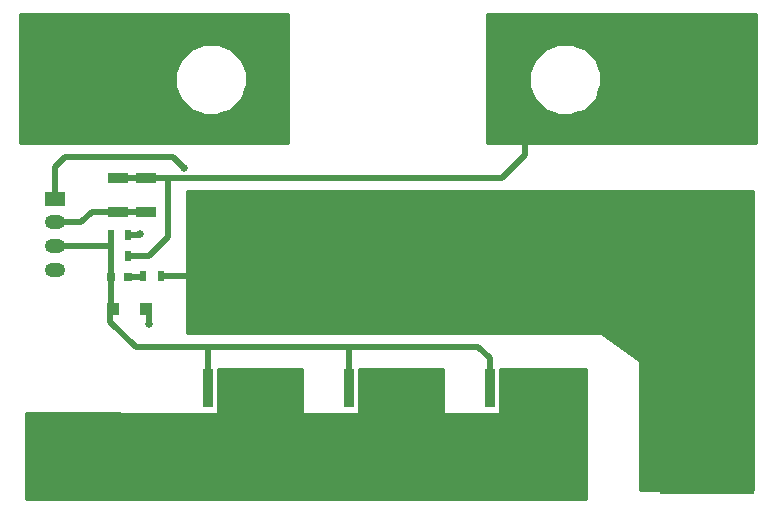
<source format=gbr>
G04 #@! TF.GenerationSoftware,KiCad,Pcbnew,(2017-08-25 revision dd37d0595)-makepkg*
G04 #@! TF.CreationDate,2018-05-27T00:49:56-04:00*
G04 #@! TF.ProjectId,Anti-Spark-Switch,416E74692D537061726B2D5377697463,rev?*
G04 #@! TF.SameCoordinates,Original*
G04 #@! TF.FileFunction,Copper,L1,Top,Signal*
G04 #@! TF.FilePolarity,Positive*
%FSLAX46Y46*%
G04 Gerber Fmt 4.6, Leading zero omitted, Abs format (unit mm)*
G04 Created by KiCad (PCBNEW (2017-08-25 revision dd37d0595)-makepkg) date 05/27/18 00:49:56*
%MOMM*%
%LPD*%
G01*
G04 APERTURE LIST*
%ADD10C,2.200000*%
%ADD11C,0.546100*%
%ADD12O,1.750000X1.200000*%
%ADD13R,1.750000X1.200000*%
%ADD14R,1.100000X1.100000*%
%ADD15R,8.000000X7.000000*%
%ADD16R,0.800000X0.750000*%
%ADD17R,0.500000X0.900000*%
%ADD18R,0.899160X3.200400*%
%ADD19R,10.800080X8.150860*%
%ADD20R,1.700000X0.900000*%
%ADD21C,0.635000*%
%ADD22C,0.250000*%
%ADD23C,0.500000*%
%ADD24C,0.254000*%
G04 APERTURE END LIST*
D10*
X166125000Y-78980000D03*
X163585000Y-78980000D03*
X166125000Y-81520000D03*
X166125000Y-84060000D03*
X166125000Y-86600000D03*
X163585000Y-86600000D03*
X161045000Y-86600000D03*
X158505000Y-86600000D03*
X158505000Y-84060000D03*
X158505000Y-81520000D03*
X158505000Y-78980000D03*
X161045000Y-78980000D03*
X136125000Y-78980000D03*
X133585000Y-78980000D03*
X136125000Y-81520000D03*
X136125000Y-84060000D03*
X136125000Y-86600000D03*
X133585000Y-86600000D03*
X131045000Y-86600000D03*
X128505000Y-86600000D03*
X128505000Y-84060000D03*
X128505000Y-81520000D03*
X128505000Y-78980000D03*
X131045000Y-78980000D03*
D11*
X175900000Y-93370000D03*
X171900000Y-93370000D03*
X167900000Y-93370000D03*
X163900000Y-93370000D03*
X159900000Y-93370000D03*
X155900000Y-93370000D03*
X151900000Y-93370000D03*
X147900000Y-93370000D03*
X143900000Y-93370000D03*
X139900000Y-93370000D03*
X135900000Y-93370000D03*
X131900000Y-93370000D03*
D12*
X119100000Y-98890000D03*
X119100000Y-96890000D03*
X119100000Y-94890000D03*
D13*
X119100000Y-92890000D03*
D14*
X126840000Y-102215000D03*
X124040000Y-102215000D03*
D15*
X174300000Y-114440000D03*
X174200000Y-82280000D03*
X120690000Y-114515000D03*
X121210000Y-82300000D03*
D16*
X125324000Y-99477000D03*
X123824000Y-99477000D03*
D17*
X128065000Y-99465000D03*
X126565000Y-99465000D03*
X125324000Y-95921000D03*
X123824000Y-95921000D03*
X123824000Y-97699000D03*
X125324000Y-97699000D03*
D18*
X139652000Y-108929540D03*
X138382000Y-108929540D03*
X137112000Y-108929540D03*
X134572000Y-108929540D03*
X133302000Y-108929540D03*
X132032000Y-108929540D03*
D19*
X135842000Y-98327580D03*
D18*
X151590000Y-108929540D03*
X150320000Y-108929540D03*
X149050000Y-108929540D03*
X146510000Y-108929540D03*
X145240000Y-108929540D03*
X143970000Y-108929540D03*
D19*
X147780000Y-98327580D03*
D18*
X163528000Y-108929540D03*
X162258000Y-108929540D03*
X160988000Y-108929540D03*
X158448000Y-108929540D03*
X157178000Y-108929540D03*
X155908000Y-108929540D03*
D19*
X159718000Y-98327580D03*
D20*
X126790000Y-94015000D03*
X126790000Y-91115000D03*
X124465000Y-91115000D03*
X124465000Y-94015000D03*
D21*
X122697000Y-84301200D03*
X121697000Y-84301200D03*
X120697000Y-84301200D03*
X119697000Y-84301200D03*
X118697000Y-84301200D03*
X122697000Y-83301200D03*
X121697000Y-83301200D03*
X120697000Y-83301200D03*
X119697000Y-83301200D03*
X118697000Y-83301200D03*
X122697000Y-82301200D03*
X121697000Y-82301200D03*
X120697000Y-82301200D03*
X119697000Y-82301200D03*
X118697000Y-82301200D03*
X122697000Y-81301200D03*
X121697000Y-81301200D03*
X120697000Y-81301200D03*
X119697000Y-81301200D03*
X118697000Y-81301200D03*
X122697000Y-80301200D03*
X121697000Y-80301200D03*
X120697000Y-80301200D03*
X119697000Y-80301200D03*
X118697000Y-80301200D03*
X127065000Y-103490000D03*
X126290000Y-95915000D03*
X122697000Y-116533800D03*
X121697000Y-116533800D03*
X120697000Y-116533800D03*
X119697000Y-116533800D03*
X118697000Y-116533800D03*
X122697000Y-115533800D03*
X121697000Y-115533800D03*
X120697000Y-115533800D03*
X119697000Y-115533800D03*
X118697000Y-115533800D03*
X122697000Y-114533800D03*
X121697000Y-114533800D03*
X120697000Y-114533800D03*
X119697000Y-114533800D03*
X118697000Y-114533800D03*
X122697000Y-113533800D03*
X121697000Y-113533800D03*
X120697000Y-113533800D03*
X119697000Y-113533800D03*
X118697000Y-113533800D03*
X122697000Y-112533800D03*
X121697000Y-112533800D03*
X120697000Y-112533800D03*
X119697000Y-112533800D03*
X118697000Y-112533800D03*
X134292600Y-117102000D03*
X135308600Y-117102000D03*
X136299200Y-117102000D03*
X137289800Y-117102000D03*
X133302000Y-116115200D03*
X135308600Y-116102000D03*
X136299200Y-116102000D03*
X138302000Y-116089800D03*
X133302000Y-115099200D03*
X134302000Y-115099200D03*
X138302000Y-115099200D03*
X137302000Y-115099200D03*
X133302000Y-114108600D03*
X135308600Y-114102000D03*
X138302000Y-114108600D03*
X137302000Y-114108600D03*
X138302000Y-113092600D03*
X136299200Y-113102000D03*
X135308600Y-113102000D03*
X134292600Y-113102000D03*
X137289800Y-112102000D03*
X136299200Y-112102000D03*
X135308600Y-112102000D03*
X134292600Y-112102000D03*
X150494000Y-116115200D03*
X150494000Y-115099200D03*
X150494000Y-114108600D03*
X149481800Y-117102000D03*
X149494000Y-115099200D03*
X149494000Y-114108600D03*
X145494000Y-116115200D03*
X145494000Y-115099200D03*
X145494000Y-114108600D03*
X148491200Y-117102000D03*
X148491200Y-116102000D03*
X147500600Y-117102000D03*
X147500600Y-116102000D03*
X147494000Y-115102000D03*
X147500600Y-114102000D03*
X146484600Y-117102000D03*
X146494000Y-115099200D03*
X146510000Y-113102000D03*
X147500600Y-113102000D03*
X148491200Y-113102000D03*
X150494000Y-113092600D03*
X146510000Y-112102000D03*
X147500600Y-112102000D03*
X148491200Y-112102000D03*
X149481800Y-112102000D03*
X157305000Y-116115200D03*
X157305000Y-115099200D03*
X157305000Y-114108600D03*
X158295600Y-113102000D03*
X159311600Y-113102000D03*
X160302200Y-113102000D03*
X158305000Y-115099200D03*
X158295600Y-117102000D03*
X159311600Y-117102000D03*
X160302200Y-117102000D03*
X161318200Y-117102000D03*
X159311600Y-114102000D03*
X159311600Y-116102000D03*
X160302200Y-116102000D03*
X161305000Y-115099200D03*
X161305000Y-114108600D03*
X162305000Y-116089800D03*
X162305000Y-115099200D03*
X162305000Y-114108600D03*
X162305000Y-113092600D03*
X161305500Y-112102000D03*
X160302200Y-112102000D03*
X159311600Y-112102000D03*
X158295600Y-112102000D03*
X133302000Y-112102000D03*
X133302000Y-113102000D03*
X134302000Y-116102000D03*
X133302000Y-117102000D03*
X135302000Y-115102000D03*
X134302000Y-114102000D03*
X136302000Y-114102000D03*
X138302000Y-117102000D03*
X137302000Y-116102000D03*
X136302000Y-115102000D03*
X138302000Y-112102000D03*
X137302000Y-113102000D03*
X145494000Y-112102000D03*
X145494000Y-113102000D03*
X146494000Y-116102000D03*
X145494000Y-117102000D03*
X146494000Y-114102000D03*
X148494000Y-114102000D03*
X150494000Y-117102000D03*
X149494000Y-116102000D03*
X148494000Y-115102000D03*
X150494000Y-112102000D03*
X149494000Y-113102000D03*
X162305000Y-117102000D03*
X157305000Y-117102000D03*
X161305000Y-116102000D03*
X158305000Y-116102000D03*
X160305000Y-115102000D03*
X159305000Y-115102000D03*
X160305000Y-114102000D03*
X158305000Y-114102000D03*
X161305000Y-113102000D03*
X157305000Y-113102000D03*
X162305000Y-112102000D03*
X157305000Y-112102000D03*
X176697400Y-84275800D03*
X175697400Y-84275800D03*
X174697400Y-84275800D03*
X173697400Y-84275800D03*
X172697400Y-84275800D03*
X176697400Y-83275800D03*
X175697400Y-83275800D03*
X174697400Y-83275800D03*
X173697400Y-83275800D03*
X172697400Y-83275800D03*
X176697400Y-82275800D03*
X175697400Y-82275800D03*
X174697400Y-82275800D03*
X173697400Y-82275800D03*
X172697400Y-82275800D03*
X176697400Y-81275800D03*
X175697400Y-81275800D03*
X174697400Y-81275800D03*
X173697400Y-81275800D03*
X172697400Y-81275800D03*
X176697400Y-80275800D03*
X175697400Y-80275800D03*
X174697400Y-80275800D03*
X173697400Y-80275800D03*
X172697400Y-80275800D03*
X130015000Y-90315000D03*
X176697400Y-116508400D03*
X175697400Y-116508400D03*
X174697400Y-116508400D03*
X173697400Y-116508400D03*
X172697400Y-116508400D03*
X176697400Y-115508400D03*
X175697400Y-115508400D03*
X174697400Y-115508400D03*
X173697400Y-115508400D03*
X172697400Y-115508400D03*
X176697400Y-114508400D03*
X175697400Y-114508400D03*
X174697400Y-114508400D03*
X173697400Y-114508400D03*
X172697400Y-114508400D03*
X176697400Y-113508400D03*
X175697400Y-113508400D03*
X174697400Y-113508400D03*
X173697400Y-113508400D03*
X172697400Y-113508400D03*
X176697400Y-112508400D03*
X175697400Y-112508400D03*
X174697400Y-112508400D03*
X173697400Y-112508400D03*
X172697400Y-112508400D03*
X133302000Y-98787580D03*
X134302000Y-98787580D03*
X133302000Y-99787580D03*
X133302000Y-100787580D03*
X134302000Y-99787580D03*
X135302000Y-99787580D03*
X134302000Y-100787580D03*
X135302000Y-100787580D03*
X135302000Y-97787580D03*
X136302000Y-98787580D03*
X136302000Y-97787580D03*
X137302000Y-97787580D03*
X135302000Y-98787580D03*
X137302000Y-98787580D03*
X136302000Y-95787580D03*
X138302000Y-96787580D03*
X137302000Y-95787580D03*
X138302000Y-95787580D03*
X136302000Y-96787580D03*
X137302000Y-96787580D03*
X138302000Y-97787580D03*
X138302000Y-98787580D03*
X136302000Y-99787580D03*
X137302000Y-100787580D03*
X138302000Y-99787580D03*
X136302000Y-100787580D03*
X138302000Y-100787580D03*
X137302000Y-99787580D03*
X133302000Y-95787580D03*
X134302000Y-97787580D03*
X134302000Y-95787580D03*
X135302000Y-95787580D03*
X133302000Y-96787580D03*
X134302000Y-96787580D03*
X135302000Y-96787580D03*
X133302000Y-97787580D03*
X150240000Y-100787580D03*
X149240000Y-100787580D03*
X148240000Y-100787580D03*
X147240000Y-100787580D03*
X146240000Y-100787580D03*
X145240000Y-100787580D03*
X150240000Y-99787580D03*
X149240000Y-99787580D03*
X148240000Y-99787580D03*
X147240000Y-99787580D03*
X146240000Y-99787580D03*
X145240000Y-99787580D03*
X150240000Y-98787580D03*
X149240000Y-98787580D03*
X148240000Y-98787580D03*
X147240000Y-98787580D03*
X146240000Y-98787580D03*
X145240000Y-98787580D03*
X150240000Y-97787580D03*
X149240000Y-97787580D03*
X148240000Y-97787580D03*
X147240000Y-97787580D03*
X146240000Y-97787580D03*
X145240000Y-97787580D03*
X150240000Y-96787580D03*
X149240000Y-96787580D03*
X148240000Y-96787580D03*
X147240000Y-96787580D03*
X146240000Y-96787580D03*
X145240000Y-96787580D03*
X150240000Y-95787580D03*
X149240000Y-95787580D03*
X148240000Y-95787580D03*
X147240000Y-95787580D03*
X146240000Y-95787580D03*
X145240000Y-95787580D03*
X162178000Y-100787580D03*
X161178000Y-100787580D03*
X160178000Y-100787580D03*
X159178000Y-100787580D03*
X158178000Y-100787580D03*
X157178000Y-100787580D03*
X162178000Y-99787580D03*
X161178000Y-99787580D03*
X160178000Y-99787580D03*
X159178000Y-99787580D03*
X158178000Y-99787580D03*
X157178000Y-99787580D03*
X162178000Y-98787580D03*
X161178000Y-98787580D03*
X160178000Y-98787580D03*
X159178000Y-98787580D03*
X158178000Y-98787580D03*
X157178000Y-98787580D03*
X162178000Y-97787580D03*
X161178000Y-97787580D03*
X160178000Y-97787580D03*
X159178000Y-97787580D03*
X158178000Y-97787580D03*
X157178000Y-97787580D03*
X162178000Y-96787580D03*
X161178000Y-96787580D03*
X160178000Y-96787580D03*
X159178000Y-96787580D03*
X158178000Y-96787580D03*
X157178000Y-96787580D03*
X162178000Y-95787580D03*
X161178000Y-95787580D03*
X160178000Y-95787580D03*
X159178000Y-95787580D03*
X158178000Y-95787580D03*
X157178000Y-95787580D03*
D22*
X121697000Y-84301200D02*
X122697000Y-84301200D01*
X120697000Y-84301200D02*
X121697000Y-84301200D01*
X119697000Y-84301200D02*
X120697000Y-84301200D01*
X119697000Y-84301200D02*
X118697000Y-84301200D01*
X118697000Y-83301200D02*
X118697000Y-84301200D01*
X119697000Y-83301200D02*
X118697000Y-83301200D01*
X120697000Y-83301200D02*
X119697000Y-83301200D01*
X121697000Y-83301200D02*
X120697000Y-83301200D01*
X122697000Y-83301200D02*
X121697000Y-83301200D01*
X122697000Y-82301200D02*
X122697000Y-83301200D01*
X121697000Y-82301200D02*
X122697000Y-82301200D01*
X120697000Y-82301200D02*
X121697000Y-82301200D01*
X119697000Y-82301200D02*
X120697000Y-82301200D01*
X118697000Y-82301200D02*
X119697000Y-82301200D01*
X118697000Y-81301200D02*
X118697000Y-82301200D01*
X119697000Y-81301200D02*
X118697000Y-81301200D01*
X120697000Y-81301200D02*
X119697000Y-81301200D01*
X121697000Y-81301200D02*
X120697000Y-81301200D01*
X122697000Y-81301200D02*
X121697000Y-81301200D01*
X122697000Y-80301200D02*
X122697000Y-81301200D01*
X121697000Y-80301200D02*
X122697000Y-80301200D01*
X120697000Y-80301200D02*
X121697000Y-80301200D01*
X120697000Y-80301200D02*
X119697000Y-80301200D01*
X118697000Y-80301200D02*
X119697000Y-80301200D01*
X119697000Y-81301200D02*
X118697000Y-80301200D01*
X120697000Y-82301200D02*
X119697000Y-81301200D01*
D23*
X127075000Y-102215000D02*
X127075000Y-103480000D01*
X127075000Y-103480000D02*
X127065000Y-103490000D01*
X125324000Y-95921000D02*
X126284000Y-95921000D01*
X126284000Y-95921000D02*
X126290000Y-95915000D01*
D22*
X121697000Y-114533800D02*
X122697000Y-114533800D01*
X120697000Y-114533800D02*
X121697000Y-114533800D01*
X120697000Y-114533800D02*
X119697000Y-114533800D01*
X118697000Y-114533800D02*
X119697000Y-114533800D01*
X118697000Y-113533800D02*
X118697000Y-114533800D01*
X119697000Y-113533800D02*
X118697000Y-113533800D01*
X120697000Y-113533800D02*
X119697000Y-113533800D01*
X121697000Y-113533800D02*
X120697000Y-113533800D01*
X122697000Y-113533800D02*
X121697000Y-113533800D01*
X122697000Y-112533800D02*
X122697000Y-113533800D01*
X121697000Y-112533800D02*
X122697000Y-112533800D01*
X120697000Y-112533800D02*
X121697000Y-112533800D01*
X119697000Y-112533800D02*
X120697000Y-112533800D01*
X119697000Y-112533800D02*
X119697000Y-113533800D01*
X119697000Y-113533800D02*
X120697000Y-114533800D01*
X118697000Y-112533800D02*
X119697000Y-112533800D01*
X119697000Y-116533800D02*
X118697000Y-116533800D01*
X120697000Y-116533800D02*
X119697000Y-116533800D01*
X121697000Y-116533800D02*
X120697000Y-116533800D01*
X122697000Y-116533800D02*
X121697000Y-116533800D01*
X122697000Y-115533800D02*
X122697000Y-116533800D01*
X122697000Y-115533800D02*
X121708800Y-115533800D01*
X121708800Y-115533800D02*
X120690000Y-114515000D01*
X121697000Y-115533800D02*
X122697000Y-115533800D01*
X120697000Y-115533800D02*
X121697000Y-115533800D01*
X119697000Y-115533800D02*
X120697000Y-115533800D01*
X118697000Y-115533800D02*
X119697000Y-115533800D01*
X118697000Y-114533800D02*
X118697000Y-115533800D01*
X120697000Y-114533800D02*
X120697000Y-114522000D01*
X120697000Y-114522000D02*
X120690000Y-114515000D01*
X118697000Y-112533800D02*
X120697000Y-114533800D01*
X161318200Y-117102000D02*
X160302200Y-117102000D01*
X162305000Y-117102000D02*
X161318200Y-117102000D01*
X160305000Y-114102000D02*
X159311600Y-114102000D01*
X160302200Y-116102000D02*
X159311600Y-116102000D01*
X161305000Y-116102000D02*
X160302200Y-116102000D01*
X161305000Y-114108600D02*
X161305000Y-115099200D01*
X161305000Y-113102000D02*
X161305000Y-114108600D01*
X162305000Y-115099200D02*
X162305000Y-116089800D01*
X162305000Y-114108600D02*
X162305000Y-115099200D01*
X162305000Y-113092600D02*
X162305000Y-114108600D01*
X162305000Y-112102000D02*
X162305000Y-113092600D01*
X160353000Y-112102000D02*
X161305500Y-112102000D01*
X157305000Y-112102000D02*
X158321000Y-112102000D01*
X145494000Y-112102000D02*
X145494000Y-109183540D01*
X145494000Y-109183540D02*
X145240000Y-108929540D01*
X133302000Y-112102000D02*
X133302000Y-108929540D01*
X133175000Y-111975000D02*
X133302000Y-112102000D01*
X145367000Y-111975000D02*
X145494000Y-112102000D01*
X157178000Y-108929540D02*
X157178000Y-111975000D01*
X157178000Y-111975000D02*
X157305000Y-112102000D01*
D23*
X119103400Y-91477200D02*
X119100000Y-91480600D01*
X119100000Y-91480600D02*
X119100000Y-92890000D01*
X123824000Y-95921000D02*
X123824000Y-96930000D01*
X123824000Y-96930000D02*
X123824000Y-97699000D01*
X119100000Y-96890000D02*
X123784000Y-96890000D01*
X123784000Y-96890000D02*
X123824000Y-96930000D01*
X123805000Y-102215000D02*
X123805000Y-103325000D01*
X123805000Y-103325000D02*
X125927200Y-105447200D01*
X125927200Y-105447200D02*
X130736600Y-105447200D01*
X123824000Y-99477000D02*
X123824000Y-102196000D01*
X123824000Y-102196000D02*
X123805000Y-102215000D01*
X123824000Y-97699000D02*
X123824000Y-99477000D01*
X154942800Y-105447200D02*
X143970000Y-105447200D01*
X143970000Y-105447200D02*
X132082800Y-105447200D01*
X143970000Y-108929540D02*
X143970000Y-107079340D01*
X143970000Y-107079340D02*
X143970000Y-105447200D01*
X132082800Y-105447200D02*
X130736600Y-105447200D01*
X132032000Y-108929540D02*
X132032000Y-105498000D01*
D22*
X132032000Y-105498000D02*
X132082800Y-105447200D01*
D23*
X155908000Y-106412400D02*
X154942800Y-105447200D01*
X155908000Y-108929540D02*
X155908000Y-106412400D01*
X125324000Y-99477000D02*
X126553000Y-99477000D01*
X126553000Y-99477000D02*
X126565000Y-99465000D01*
X128665000Y-91115000D02*
X128665000Y-96125000D01*
X128665000Y-96125000D02*
X127091000Y-97699000D01*
X127091000Y-97699000D02*
X125324000Y-97699000D01*
X128665000Y-91115000D02*
X126790000Y-91115000D01*
X156990000Y-91115000D02*
X128665000Y-91115000D01*
X126790000Y-91115000D02*
X124465000Y-91115000D01*
X158890000Y-89215000D02*
X156990000Y-91115000D01*
X158890000Y-88236345D02*
X158890000Y-89215000D01*
X158880000Y-86600000D02*
X158880000Y-88226345D01*
X158880000Y-88226345D02*
X158890000Y-88236345D01*
D22*
X173697400Y-84275800D02*
X172697400Y-84275800D01*
X174697400Y-84275800D02*
X173697400Y-84275800D01*
X175697400Y-84275800D02*
X174697400Y-84275800D01*
X176697400Y-84275800D02*
X175697400Y-84275800D01*
X176697400Y-83275800D02*
X176697400Y-84275800D01*
X175697400Y-83275800D02*
X176697400Y-83275800D01*
X174697400Y-83275800D02*
X175697400Y-83275800D01*
X173697400Y-83275800D02*
X174697400Y-83275800D01*
X172697400Y-83275800D02*
X173697400Y-83275800D01*
X172697400Y-82275800D02*
X172697400Y-83275800D01*
X173697400Y-82275800D02*
X172697400Y-82275800D01*
X174697400Y-82275800D02*
X173697400Y-82275800D01*
X175697400Y-82275800D02*
X174697400Y-82275800D01*
X176697400Y-82275800D02*
X175697400Y-82275800D01*
X176697400Y-81275800D02*
X176697400Y-82275800D01*
X175697400Y-81275800D02*
X176697400Y-81275800D01*
X174697400Y-81275800D02*
X175697400Y-81275800D01*
X173697400Y-81275800D02*
X174697400Y-81275800D01*
X173697400Y-81275800D02*
X172697400Y-81275800D01*
X172697400Y-80275800D02*
X172697400Y-81275800D01*
X173697400Y-80275800D02*
X172697400Y-80275800D01*
X174697400Y-80275800D02*
X173697400Y-80275800D01*
X175697400Y-80275800D02*
X174697400Y-80275800D01*
X176697400Y-80275800D02*
X175697400Y-80275800D01*
X176697400Y-80275800D02*
X174697400Y-82275800D01*
D23*
X128065000Y-99465000D02*
X134704580Y-99465000D01*
X134704580Y-99465000D02*
X135842000Y-98327580D01*
X119937490Y-89390000D02*
X129090000Y-89390000D01*
X129090000Y-89390000D02*
X130015000Y-90315000D01*
X119103400Y-91477200D02*
X119103400Y-90224090D01*
X119103400Y-90224090D02*
X119937490Y-89390000D01*
D22*
X176697400Y-115508400D02*
X176697400Y-116508400D01*
X175697400Y-115508400D02*
X176697400Y-115508400D01*
X175697400Y-116508400D02*
X175697400Y-115508400D01*
X174697400Y-116508400D02*
X175697400Y-116508400D01*
X174697400Y-115508400D02*
X174697400Y-116508400D01*
X173697400Y-115508400D02*
X174697400Y-115508400D01*
X173697400Y-116508400D02*
X173697400Y-115508400D01*
X172697400Y-116508400D02*
X173697400Y-116508400D01*
X172697400Y-115508400D02*
X172697400Y-116508400D01*
X172697400Y-114508400D02*
X172697400Y-115508400D01*
X173697400Y-114508400D02*
X172697400Y-114508400D01*
X174697400Y-114508400D02*
X173697400Y-114508400D01*
X175697400Y-114508400D02*
X174697400Y-114508400D01*
X176697400Y-114508400D02*
X175697400Y-114508400D01*
X176697400Y-113508400D02*
X176697400Y-114508400D01*
X175697400Y-113508400D02*
X176697400Y-113508400D01*
X174697400Y-113508400D02*
X175697400Y-113508400D01*
X173697400Y-113508400D02*
X174697400Y-113508400D01*
X173697400Y-113508400D02*
X172697400Y-113508400D01*
X172697400Y-112508400D02*
X172697400Y-113508400D01*
X173697400Y-112508400D02*
X172697400Y-112508400D01*
X174697400Y-112508400D02*
X173697400Y-112508400D01*
X175697400Y-112508400D02*
X174697400Y-112508400D01*
X175697400Y-112508400D02*
X175697400Y-113508400D01*
X175697400Y-113508400D02*
X174697400Y-114508400D01*
X176697400Y-112508400D02*
X175697400Y-112508400D01*
X162178000Y-96787580D02*
X162178000Y-95787580D01*
X162178000Y-97787580D02*
X162178000Y-96787580D01*
X162178000Y-98787580D02*
X162178000Y-97787580D01*
X162178000Y-99787580D02*
X162178000Y-98787580D01*
X162178000Y-100787580D02*
X162178000Y-99787580D01*
X161178000Y-100787580D02*
X162178000Y-100787580D01*
X161178000Y-99787580D02*
X161178000Y-100787580D01*
X161178000Y-98787580D02*
X161178000Y-99787580D01*
X161178000Y-98787580D02*
X161178000Y-97787580D01*
X161178000Y-97787580D02*
X159178000Y-97787580D01*
X159178000Y-97787580D02*
X157178000Y-95787580D01*
X161178000Y-96787580D02*
X161178000Y-97787580D01*
X161178000Y-95787580D02*
X161178000Y-96787580D01*
X160178000Y-95787580D02*
X161178000Y-95787580D01*
X160178000Y-96787580D02*
X160178000Y-95787580D01*
X160178000Y-97787580D02*
X160178000Y-96787580D01*
X160178000Y-98787580D02*
X160178000Y-97787580D01*
X160178000Y-99787580D02*
X160178000Y-98787580D01*
X160178000Y-100787580D02*
X160178000Y-99787580D01*
X159178000Y-100787580D02*
X160178000Y-100787580D01*
X159178000Y-99787580D02*
X159178000Y-100787580D01*
X159178000Y-98787580D02*
X159178000Y-99787580D01*
X159178000Y-97787580D02*
X159178000Y-98787580D01*
X159178000Y-96787580D02*
X159178000Y-97787580D01*
X159178000Y-95787580D02*
X159178000Y-96787580D01*
X158178000Y-95787580D02*
X159178000Y-95787580D01*
X159718000Y-98327580D02*
X147780000Y-98327580D01*
X158178000Y-96787580D02*
X158178000Y-95787580D01*
X158178000Y-97787580D02*
X158178000Y-96787580D01*
X158178000Y-98787580D02*
X158178000Y-97787580D01*
X158178000Y-99787580D02*
X158178000Y-98787580D01*
X158178000Y-100787580D02*
X158178000Y-99787580D01*
X157178000Y-100787580D02*
X158178000Y-100787580D01*
X157178000Y-99787580D02*
X157178000Y-100787580D01*
X157178000Y-98787580D02*
X157178000Y-99787580D01*
X157178000Y-97787580D02*
X157178000Y-98787580D01*
X157178000Y-96787580D02*
X157178000Y-97787580D01*
X157178000Y-96787580D02*
X157178000Y-95787580D01*
X158178000Y-96787580D02*
X157178000Y-96787580D01*
X157178000Y-95787580D02*
X158178000Y-95787580D01*
X133763580Y-100406000D02*
X135842000Y-98327580D01*
X131508420Y-98327580D02*
X135842000Y-98327580D01*
D23*
X121340000Y-94890000D02*
X122215000Y-94015000D01*
X122215000Y-94015000D02*
X124465000Y-94015000D01*
X119100000Y-94890000D02*
X121340000Y-94890000D01*
X126790000Y-94015000D02*
X124465000Y-94015000D01*
D24*
G36*
X140033000Y-110959000D02*
X140042667Y-111007601D01*
X140070197Y-111048803D01*
X140111399Y-111076333D01*
X140160000Y-111086000D01*
X144732000Y-111086000D01*
X144780601Y-111076333D01*
X144821803Y-111048803D01*
X144849333Y-111007601D01*
X144859000Y-110959000D01*
X144859000Y-107276000D01*
X151971000Y-107276000D01*
X151971000Y-110959000D01*
X151980667Y-111007601D01*
X152008197Y-111048803D01*
X152049399Y-111076333D01*
X152098000Y-111086000D01*
X156670000Y-111086000D01*
X156718601Y-111076333D01*
X156759803Y-111048803D01*
X156787333Y-111007601D01*
X156797000Y-110959000D01*
X156797000Y-107276000D01*
X164036302Y-107276000D01*
X164062628Y-118334000D01*
X116617000Y-118334000D01*
X116617000Y-111067148D01*
X132793852Y-111086000D01*
X132842464Y-111076389D01*
X132883698Y-111048907D01*
X132911276Y-111007737D01*
X132921000Y-110959000D01*
X132921000Y-107276000D01*
X140033000Y-107276000D01*
X140033000Y-110959000D01*
X140033000Y-110959000D01*
G37*
X140033000Y-110959000D02*
X140042667Y-111007601D01*
X140070197Y-111048803D01*
X140111399Y-111076333D01*
X140160000Y-111086000D01*
X144732000Y-111086000D01*
X144780601Y-111076333D01*
X144821803Y-111048803D01*
X144849333Y-111007601D01*
X144859000Y-110959000D01*
X144859000Y-107276000D01*
X151971000Y-107276000D01*
X151971000Y-110959000D01*
X151980667Y-111007601D01*
X152008197Y-111048803D01*
X152049399Y-111076333D01*
X152098000Y-111086000D01*
X156670000Y-111086000D01*
X156718601Y-111076333D01*
X156759803Y-111048803D01*
X156787333Y-111007601D01*
X156797000Y-110959000D01*
X156797000Y-107276000D01*
X164036302Y-107276000D01*
X164062628Y-118334000D01*
X116617000Y-118334000D01*
X116617000Y-111067148D01*
X132793852Y-111086000D01*
X132842464Y-111076389D01*
X132883698Y-111048907D01*
X132911276Y-111007737D01*
X132921000Y-110959000D01*
X132921000Y-107276000D01*
X140033000Y-107276000D01*
X140033000Y-110959000D01*
G36*
X138863000Y-88163000D02*
X116146000Y-88163000D01*
X116146000Y-83390258D01*
X129283475Y-83390258D01*
X129743945Y-84504681D01*
X130595835Y-85358059D01*
X131709452Y-85820473D01*
X132915258Y-85821525D01*
X134029681Y-85361055D01*
X134883059Y-84509165D01*
X135345473Y-83395548D01*
X135346525Y-82189742D01*
X134886055Y-81075319D01*
X134034165Y-80221941D01*
X132920548Y-79759527D01*
X131714742Y-79758475D01*
X130600319Y-80218945D01*
X129746941Y-81070835D01*
X129284527Y-82184452D01*
X129283475Y-83390258D01*
X116146000Y-83390258D01*
X116146000Y-77246000D01*
X138863000Y-77246000D01*
X138863000Y-88163000D01*
X138863000Y-88163000D01*
G37*
X138863000Y-88163000D02*
X116146000Y-88163000D01*
X116146000Y-83390258D01*
X129283475Y-83390258D01*
X129743945Y-84504681D01*
X130595835Y-85358059D01*
X131709452Y-85820473D01*
X132915258Y-85821525D01*
X134029681Y-85361055D01*
X134883059Y-84509165D01*
X135345473Y-83395548D01*
X135346525Y-82189742D01*
X134886055Y-81075319D01*
X134034165Y-80221941D01*
X132920548Y-79759527D01*
X131714742Y-79758475D01*
X130600319Y-80218945D01*
X129746941Y-81070835D01*
X129284527Y-82184452D01*
X129283475Y-83390258D01*
X116146000Y-83390258D01*
X116146000Y-77246000D01*
X138863000Y-77246000D01*
X138863000Y-88163000D01*
G36*
X178484000Y-88163000D02*
X155717000Y-88163000D01*
X155717000Y-83390258D01*
X159283475Y-83390258D01*
X159743945Y-84504681D01*
X160595835Y-85358059D01*
X161709452Y-85820473D01*
X162915258Y-85821525D01*
X164029681Y-85361055D01*
X164883059Y-84509165D01*
X165345473Y-83395548D01*
X165346525Y-82189742D01*
X164886055Y-81075319D01*
X164034165Y-80221941D01*
X162920548Y-79759527D01*
X161714742Y-79758475D01*
X160600319Y-80218945D01*
X159746941Y-81070835D01*
X159284527Y-82184452D01*
X159283475Y-83390258D01*
X155717000Y-83390258D01*
X155717000Y-77246000D01*
X178484000Y-77246000D01*
X178484000Y-88163000D01*
X178484000Y-88163000D01*
G37*
X178484000Y-88163000D02*
X155717000Y-88163000D01*
X155717000Y-83390258D01*
X159283475Y-83390258D01*
X159743945Y-84504681D01*
X160595835Y-85358059D01*
X161709452Y-85820473D01*
X162915258Y-85821525D01*
X164029681Y-85361055D01*
X164883059Y-84509165D01*
X165345473Y-83395548D01*
X165346525Y-82189742D01*
X164886055Y-81075319D01*
X164034165Y-80221941D01*
X162920548Y-79759527D01*
X161714742Y-79758475D01*
X160600319Y-80218945D01*
X159746941Y-81070835D01*
X159284527Y-82184452D01*
X159283475Y-83390258D01*
X155717000Y-83390258D01*
X155717000Y-77246000D01*
X178484000Y-77246000D01*
X178484000Y-88163000D01*
G36*
X178230000Y-117563000D02*
X168607000Y-117563000D01*
X168607000Y-106650000D01*
X168597333Y-106601399D01*
X168554428Y-106547095D01*
X165374428Y-104247095D01*
X165329383Y-104226446D01*
X165300000Y-104223000D01*
X130247000Y-104223000D01*
X130247000Y-92267000D01*
X178230000Y-92267000D01*
X178230000Y-117563000D01*
X178230000Y-117563000D01*
G37*
X178230000Y-117563000D02*
X168607000Y-117563000D01*
X168607000Y-106650000D01*
X168597333Y-106601399D01*
X168554428Y-106547095D01*
X165374428Y-104247095D01*
X165329383Y-104226446D01*
X165300000Y-104223000D01*
X130247000Y-104223000D01*
X130247000Y-92267000D01*
X178230000Y-92267000D01*
X178230000Y-117563000D01*
M02*

</source>
